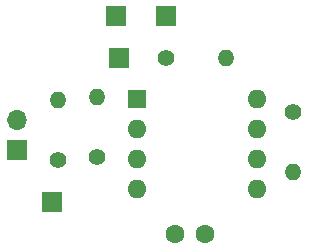
<source format=gbr>
G04 #@! TF.FileFunction,Copper,L1,Top,Signal*
%FSLAX46Y46*%
G04 Gerber Fmt 4.6, Leading zero omitted, Abs format (unit mm)*
G04 Created by KiCad (PCBNEW 4.0.5) date 11/10/19 13:48:04*
%MOMM*%
%LPD*%
G01*
G04 APERTURE LIST*
%ADD10C,0.100000*%
%ADD11C,1.600000*%
%ADD12R,1.700000X1.700000*%
%ADD13C,1.400000*%
%ADD14O,1.400000X1.400000*%
%ADD15O,1.700000X1.700000*%
%ADD16R,1.600000X1.600000*%
%ADD17O,1.600000X1.600000*%
G04 APERTURE END LIST*
D10*
D11*
X154686000Y-116840000D03*
X152186000Y-116840000D03*
D12*
X147193000Y-98425000D03*
X141732000Y-114173000D03*
X147447000Y-101981000D03*
D13*
X151384000Y-101981000D03*
D14*
X156464000Y-101981000D03*
D13*
X142240000Y-110617000D03*
D14*
X142240000Y-105537000D03*
D13*
X162179000Y-106553000D03*
D14*
X162179000Y-111633000D03*
D13*
X145542000Y-110363000D03*
D14*
X145542000Y-105283000D03*
D12*
X138811000Y-109728000D03*
D15*
X138811000Y-107188000D03*
D16*
X148971000Y-105410000D03*
D17*
X159131000Y-113030000D03*
X148971000Y-107950000D03*
X159131000Y-110490000D03*
X148971000Y-110490000D03*
X159131000Y-107950000D03*
X148971000Y-113030000D03*
X159131000Y-105410000D03*
D12*
X151384000Y-98425000D03*
M02*

</source>
